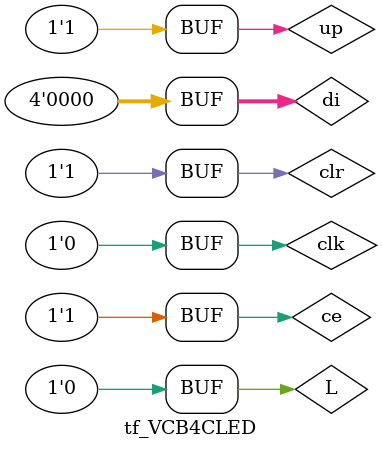
<source format=v>
`timescale 1ns / 1ps


module tf_VCB4CLED;

	// Inputs
	reg ce;
	reg up;
	reg [3:0] di;
	reg L;
	reg clk;
	reg clr;

	// Outputs
	wire [3:0] Q;
	wire CEO;
	wire TC;

	// Instantiate the Unit Under Test (UUT)
	VCB4CLED uut (
		.ce(ce), 
		.up(up), 
		.di(di), 
		.L(L), 
		.clk(clk), 
		.clr(clr), 
		.Q(Q), 
		.CEO(CEO), 
		.TC(TC)
	);
	parameter Tclk = 20;
	always begin clk = 1; #(Tclk/2); clk = 0; #(Tclk/2); end

	initial begin
		// Initialize Inputs
		ce = 1;
		up = 1;
		di = 0;
		L = 0;
		clr = 0;

		// Wait 100 ns for global reset to finish
		#100;		clr = 1;
		#15; 		clr = 0;
		#1500;	clr = 1;
		
        
		// Add stimulus here

	end
      
endmodule


</source>
